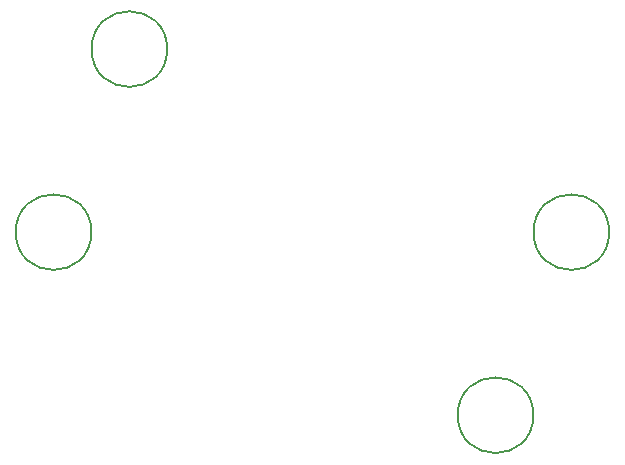
<source format=gbr>
G04 #@! TF.GenerationSoftware,KiCad,Pcbnew,(6.0.0)*
G04 #@! TF.CreationDate,2022-03-04T12:47:46+01:00*
G04 #@! TF.ProjectId,MiniAB-CAN-Board,4d696e69-4142-42d4-9341-4e2d426f6172,1*
G04 #@! TF.SameCoordinates,Original*
G04 #@! TF.FileFunction,Other,Comment*
%FSLAX46Y46*%
G04 Gerber Fmt 4.6, Leading zero omitted, Abs format (unit mm)*
G04 Created by KiCad (PCBNEW (6.0.0)) date 2022-03-04 12:47:46*
%MOMM*%
%LPD*%
G01*
G04 APERTURE LIST*
%ADD10C,0.150000*%
G04 APERTURE END LIST*
D10*
G04 #@! TO.C,H4*
X128547679Y-98159769D02*
G75*
G03*
X128547679Y-98159769I-3200000J0D01*
G01*
G04 #@! TO.C,H3*
X97548117Y-67160207D02*
G75*
G03*
X97548117Y-67160207I-3200000J0D01*
G01*
G04 #@! TO.C,H2*
X91127898Y-82659988D02*
G75*
G03*
X91127898Y-82659988I-3200000J0D01*
G01*
G04 #@! TO.C,H1*
X134967898Y-82659988D02*
G75*
G03*
X134967898Y-82659988I-3200000J0D01*
G01*
G04 #@! TD*
M02*

</source>
